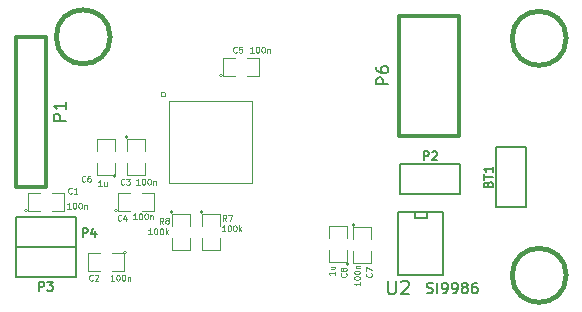
<source format=gto>
G04 (created by PCBNEW (2013-jul-07)-stable) date Ср. 13 мая 2015 13:25:06*
%MOIN*%
G04 Gerber Fmt 3.4, Leading zero omitted, Abs format*
%FSLAX34Y34*%
G01*
G70*
G90*
G04 APERTURE LIST*
%ADD10C,0.00590551*%
%ADD11C,0.0039*%
%ADD12C,0.012*%
%ADD13C,0.006*%
%ADD14C,0.015*%
%ADD15C,0.005*%
%ADD16C,0.0043*%
%ADD17C,0.008*%
%ADD18C,0.01*%
G04 APERTURE END LIST*
G54D10*
G54D11*
X48750Y-17850D02*
G75*
G03X48750Y-17850I-50J0D01*
G74*
G01*
X48700Y-18300D02*
X48700Y-17900D01*
X48700Y-17900D02*
X49300Y-17900D01*
X49300Y-17900D02*
X49300Y-18300D01*
X49300Y-18700D02*
X49300Y-19100D01*
X49300Y-19100D02*
X48700Y-19100D01*
X48700Y-19100D02*
X48700Y-18700D01*
X47750Y-17850D02*
G75*
G03X47750Y-17850I-50J0D01*
G74*
G01*
X47700Y-18300D02*
X47700Y-17900D01*
X47700Y-17900D02*
X48300Y-17900D01*
X48300Y-17900D02*
X48300Y-18300D01*
X48300Y-18700D02*
X48300Y-19100D01*
X48300Y-19100D02*
X47700Y-19100D01*
X47700Y-19100D02*
X47700Y-18700D01*
X45850Y-16650D02*
G75*
G03X45850Y-16650I-50J0D01*
G74*
G01*
X45800Y-16200D02*
X45800Y-16600D01*
X45800Y-16600D02*
X45200Y-16600D01*
X45200Y-16600D02*
X45200Y-16200D01*
X45200Y-15800D02*
X45200Y-15400D01*
X45200Y-15400D02*
X45800Y-15400D01*
X45800Y-15400D02*
X45800Y-15800D01*
X49400Y-13300D02*
G75*
G03X49400Y-13300I-50J0D01*
G74*
G01*
X49800Y-13300D02*
X49400Y-13300D01*
X49400Y-13300D02*
X49400Y-12700D01*
X49400Y-12700D02*
X49800Y-12700D01*
X50200Y-12700D02*
X50600Y-12700D01*
X50600Y-12700D02*
X50600Y-13300D01*
X50600Y-13300D02*
X50200Y-13300D01*
X45900Y-17800D02*
G75*
G03X45900Y-17800I-50J0D01*
G74*
G01*
X46300Y-17800D02*
X45900Y-17800D01*
X45900Y-17800D02*
X45900Y-17200D01*
X45900Y-17200D02*
X46300Y-17200D01*
X46700Y-17200D02*
X47100Y-17200D01*
X47100Y-17200D02*
X47100Y-17800D01*
X47100Y-17800D02*
X46700Y-17800D01*
X46250Y-15350D02*
G75*
G03X46250Y-15350I-50J0D01*
G74*
G01*
X46200Y-15800D02*
X46200Y-15400D01*
X46200Y-15400D02*
X46800Y-15400D01*
X46800Y-15400D02*
X46800Y-15800D01*
X46800Y-16200D02*
X46800Y-16600D01*
X46800Y-16600D02*
X46200Y-16600D01*
X46200Y-16600D02*
X46200Y-16200D01*
X42900Y-17800D02*
G75*
G03X42900Y-17800I-50J0D01*
G74*
G01*
X43300Y-17800D02*
X42900Y-17800D01*
X42900Y-17800D02*
X42900Y-17200D01*
X42900Y-17200D02*
X43300Y-17200D01*
X43700Y-17200D02*
X44100Y-17200D01*
X44100Y-17200D02*
X44100Y-17800D01*
X44100Y-17800D02*
X43700Y-17800D01*
X46200Y-19200D02*
G75*
G03X46200Y-19200I-50J0D01*
G74*
G01*
X45700Y-19200D02*
X46100Y-19200D01*
X46100Y-19200D02*
X46100Y-19800D01*
X46100Y-19800D02*
X45700Y-19800D01*
X45300Y-19800D02*
X44900Y-19800D01*
X44900Y-19800D02*
X44900Y-19200D01*
X44900Y-19200D02*
X45300Y-19200D01*
G54D12*
X43500Y-12000D02*
X42500Y-12000D01*
X42500Y-17000D02*
X43500Y-17000D01*
X43500Y-12000D02*
X43500Y-17000D01*
X42500Y-17000D02*
X42500Y-12000D01*
G54D13*
X42500Y-19000D02*
X42500Y-18000D01*
X42500Y-18000D02*
X44500Y-18000D01*
X44500Y-18000D02*
X44500Y-19000D01*
X44500Y-19000D02*
X42500Y-19000D01*
X42500Y-20000D02*
X42500Y-19000D01*
X42500Y-19000D02*
X44500Y-19000D01*
X44500Y-19000D02*
X44500Y-20000D01*
X44500Y-20000D02*
X42500Y-20000D01*
X59525Y-17680D02*
X58525Y-17680D01*
X58525Y-17680D02*
X58525Y-15680D01*
X58525Y-15680D02*
X59525Y-15680D01*
X59525Y-15680D02*
X59525Y-17680D01*
X55320Y-17245D02*
X55320Y-16245D01*
X55320Y-16245D02*
X57320Y-16245D01*
X57320Y-16245D02*
X57320Y-17245D01*
X57320Y-17245D02*
X55320Y-17245D01*
G54D11*
X47505Y-13926D02*
G75*
G03X47505Y-13926I-79J0D01*
G74*
G01*
X47623Y-14123D02*
X47623Y-16877D01*
X47623Y-16877D02*
X50377Y-16877D01*
X50377Y-16877D02*
X50377Y-14123D01*
X50377Y-14123D02*
X47623Y-14123D01*
G54D14*
X60850Y-12050D02*
G75*
G03X60850Y-12050I-900J0D01*
G74*
G01*
X60850Y-19950D02*
G75*
G03X60850Y-19950I-900J0D01*
G74*
G01*
X45650Y-12000D02*
G75*
G03X45650Y-12000I-900J0D01*
G74*
G01*
G54D15*
X55295Y-17835D02*
X55245Y-17835D01*
X55245Y-17835D02*
X55245Y-19935D01*
X56745Y-19935D02*
X56745Y-17835D01*
X56745Y-17835D02*
X55295Y-17835D01*
X56195Y-17835D02*
X56195Y-18035D01*
X56195Y-18035D02*
X55795Y-18035D01*
X55795Y-18035D02*
X55795Y-17835D01*
X56745Y-19935D02*
X55245Y-19935D01*
G54D11*
X53610Y-19565D02*
G75*
G03X53610Y-19565I-50J0D01*
G74*
G01*
X53560Y-19115D02*
X53560Y-19515D01*
X53560Y-19515D02*
X52960Y-19515D01*
X52960Y-19515D02*
X52960Y-19115D01*
X52960Y-18715D02*
X52960Y-18315D01*
X52960Y-18315D02*
X53560Y-18315D01*
X53560Y-18315D02*
X53560Y-18715D01*
X53800Y-18275D02*
G75*
G03X53800Y-18275I-50J0D01*
G74*
G01*
X53750Y-18725D02*
X53750Y-18325D01*
X53750Y-18325D02*
X54350Y-18325D01*
X54350Y-18325D02*
X54350Y-18725D01*
X54350Y-19125D02*
X54350Y-19525D01*
X54350Y-19525D02*
X53750Y-19525D01*
X53750Y-19525D02*
X53750Y-19125D01*
G54D12*
X55265Y-15290D02*
X55265Y-11290D01*
X55265Y-11290D02*
X57265Y-11290D01*
X57265Y-11290D02*
X57265Y-15290D01*
X57265Y-15290D02*
X55265Y-15290D01*
G54D16*
X49517Y-18129D02*
X49451Y-18035D01*
X49404Y-18129D02*
X49404Y-17932D01*
X49479Y-17932D01*
X49498Y-17942D01*
X49507Y-17951D01*
X49517Y-17970D01*
X49517Y-17998D01*
X49507Y-18017D01*
X49498Y-18026D01*
X49479Y-18035D01*
X49404Y-18035D01*
X49582Y-17932D02*
X49714Y-17932D01*
X49629Y-18129D01*
X49488Y-18479D02*
X49376Y-18479D01*
X49432Y-18479D02*
X49432Y-18282D01*
X49413Y-18310D01*
X49395Y-18329D01*
X49376Y-18339D01*
X49610Y-18282D02*
X49629Y-18282D01*
X49648Y-18292D01*
X49657Y-18301D01*
X49667Y-18320D01*
X49676Y-18357D01*
X49676Y-18404D01*
X49667Y-18442D01*
X49657Y-18460D01*
X49648Y-18470D01*
X49629Y-18479D01*
X49610Y-18479D01*
X49592Y-18470D01*
X49582Y-18460D01*
X49573Y-18442D01*
X49563Y-18404D01*
X49563Y-18357D01*
X49573Y-18320D01*
X49582Y-18301D01*
X49592Y-18292D01*
X49610Y-18282D01*
X49798Y-18282D02*
X49817Y-18282D01*
X49836Y-18292D01*
X49845Y-18301D01*
X49854Y-18320D01*
X49864Y-18357D01*
X49864Y-18404D01*
X49854Y-18442D01*
X49845Y-18460D01*
X49836Y-18470D01*
X49817Y-18479D01*
X49798Y-18479D01*
X49779Y-18470D01*
X49770Y-18460D01*
X49760Y-18442D01*
X49751Y-18404D01*
X49751Y-18357D01*
X49760Y-18320D01*
X49770Y-18301D01*
X49779Y-18292D01*
X49798Y-18282D01*
X49948Y-18479D02*
X49948Y-18282D01*
X49967Y-18404D02*
X50023Y-18479D01*
X50023Y-18348D02*
X49948Y-18423D01*
X47417Y-18229D02*
X47351Y-18135D01*
X47304Y-18229D02*
X47304Y-18032D01*
X47379Y-18032D01*
X47398Y-18042D01*
X47407Y-18051D01*
X47417Y-18070D01*
X47417Y-18098D01*
X47407Y-18117D01*
X47398Y-18126D01*
X47379Y-18135D01*
X47304Y-18135D01*
X47529Y-18117D02*
X47510Y-18107D01*
X47501Y-18098D01*
X47492Y-18079D01*
X47492Y-18070D01*
X47501Y-18051D01*
X47510Y-18042D01*
X47529Y-18032D01*
X47567Y-18032D01*
X47586Y-18042D01*
X47595Y-18051D01*
X47604Y-18070D01*
X47604Y-18079D01*
X47595Y-18098D01*
X47586Y-18107D01*
X47567Y-18117D01*
X47529Y-18117D01*
X47510Y-18126D01*
X47501Y-18135D01*
X47492Y-18154D01*
X47492Y-18192D01*
X47501Y-18210D01*
X47510Y-18220D01*
X47529Y-18229D01*
X47567Y-18229D01*
X47586Y-18220D01*
X47595Y-18210D01*
X47604Y-18192D01*
X47604Y-18154D01*
X47595Y-18135D01*
X47586Y-18126D01*
X47567Y-18117D01*
X47038Y-18579D02*
X46926Y-18579D01*
X46982Y-18579D02*
X46982Y-18382D01*
X46963Y-18410D01*
X46945Y-18429D01*
X46926Y-18439D01*
X47160Y-18382D02*
X47179Y-18382D01*
X47198Y-18392D01*
X47207Y-18401D01*
X47217Y-18420D01*
X47226Y-18457D01*
X47226Y-18504D01*
X47217Y-18542D01*
X47207Y-18560D01*
X47198Y-18570D01*
X47179Y-18579D01*
X47160Y-18579D01*
X47142Y-18570D01*
X47132Y-18560D01*
X47123Y-18542D01*
X47113Y-18504D01*
X47113Y-18457D01*
X47123Y-18420D01*
X47132Y-18401D01*
X47142Y-18392D01*
X47160Y-18382D01*
X47348Y-18382D02*
X47367Y-18382D01*
X47386Y-18392D01*
X47395Y-18401D01*
X47404Y-18420D01*
X47414Y-18457D01*
X47414Y-18504D01*
X47404Y-18542D01*
X47395Y-18560D01*
X47386Y-18570D01*
X47367Y-18579D01*
X47348Y-18579D01*
X47329Y-18570D01*
X47320Y-18560D01*
X47310Y-18542D01*
X47301Y-18504D01*
X47301Y-18457D01*
X47310Y-18420D01*
X47320Y-18401D01*
X47329Y-18392D01*
X47348Y-18382D01*
X47498Y-18579D02*
X47498Y-18382D01*
X47517Y-18504D02*
X47573Y-18579D01*
X47573Y-18448D02*
X47498Y-18523D01*
X44817Y-16810D02*
X44807Y-16820D01*
X44779Y-16829D01*
X44760Y-16829D01*
X44732Y-16820D01*
X44713Y-16801D01*
X44704Y-16782D01*
X44695Y-16745D01*
X44695Y-16717D01*
X44704Y-16679D01*
X44713Y-16660D01*
X44732Y-16642D01*
X44760Y-16632D01*
X44779Y-16632D01*
X44807Y-16642D01*
X44817Y-16651D01*
X44986Y-16632D02*
X44948Y-16632D01*
X44929Y-16642D01*
X44920Y-16651D01*
X44901Y-16679D01*
X44892Y-16717D01*
X44892Y-16792D01*
X44901Y-16810D01*
X44910Y-16820D01*
X44929Y-16829D01*
X44967Y-16829D01*
X44986Y-16820D01*
X44995Y-16810D01*
X45004Y-16792D01*
X45004Y-16745D01*
X44995Y-16726D01*
X44986Y-16717D01*
X44967Y-16707D01*
X44929Y-16707D01*
X44910Y-16717D01*
X44901Y-16726D01*
X44892Y-16745D01*
X45367Y-16979D02*
X45254Y-16979D01*
X45310Y-16979D02*
X45310Y-16782D01*
X45292Y-16810D01*
X45273Y-16829D01*
X45254Y-16839D01*
X45536Y-16848D02*
X45536Y-16979D01*
X45451Y-16848D02*
X45451Y-16951D01*
X45460Y-16970D01*
X45479Y-16979D01*
X45507Y-16979D01*
X45526Y-16970D01*
X45536Y-16960D01*
X49867Y-12510D02*
X49857Y-12520D01*
X49829Y-12529D01*
X49810Y-12529D01*
X49782Y-12520D01*
X49763Y-12501D01*
X49754Y-12482D01*
X49745Y-12445D01*
X49745Y-12417D01*
X49754Y-12379D01*
X49763Y-12360D01*
X49782Y-12342D01*
X49810Y-12332D01*
X49829Y-12332D01*
X49857Y-12342D01*
X49867Y-12351D01*
X50045Y-12332D02*
X49951Y-12332D01*
X49942Y-12426D01*
X49951Y-12417D01*
X49970Y-12407D01*
X50017Y-12407D01*
X50036Y-12417D01*
X50045Y-12426D01*
X50054Y-12445D01*
X50054Y-12492D01*
X50045Y-12510D01*
X50036Y-12520D01*
X50017Y-12529D01*
X49970Y-12529D01*
X49951Y-12520D01*
X49942Y-12510D01*
X50429Y-12529D02*
X50316Y-12529D01*
X50373Y-12529D02*
X50373Y-12332D01*
X50354Y-12360D01*
X50335Y-12379D01*
X50316Y-12389D01*
X50551Y-12332D02*
X50570Y-12332D01*
X50589Y-12342D01*
X50598Y-12351D01*
X50607Y-12370D01*
X50617Y-12407D01*
X50617Y-12454D01*
X50607Y-12492D01*
X50598Y-12510D01*
X50589Y-12520D01*
X50570Y-12529D01*
X50551Y-12529D01*
X50532Y-12520D01*
X50523Y-12510D01*
X50513Y-12492D01*
X50504Y-12454D01*
X50504Y-12407D01*
X50513Y-12370D01*
X50523Y-12351D01*
X50532Y-12342D01*
X50551Y-12332D01*
X50739Y-12332D02*
X50757Y-12332D01*
X50776Y-12342D01*
X50786Y-12351D01*
X50795Y-12370D01*
X50804Y-12407D01*
X50804Y-12454D01*
X50795Y-12492D01*
X50786Y-12510D01*
X50776Y-12520D01*
X50757Y-12529D01*
X50739Y-12529D01*
X50720Y-12520D01*
X50710Y-12510D01*
X50701Y-12492D01*
X50692Y-12454D01*
X50692Y-12407D01*
X50701Y-12370D01*
X50710Y-12351D01*
X50720Y-12342D01*
X50739Y-12332D01*
X50889Y-12398D02*
X50889Y-12529D01*
X50889Y-12417D02*
X50898Y-12407D01*
X50917Y-12398D01*
X50945Y-12398D01*
X50964Y-12407D01*
X50973Y-12426D01*
X50973Y-12529D01*
X46017Y-18110D02*
X46007Y-18120D01*
X45979Y-18129D01*
X45960Y-18129D01*
X45932Y-18120D01*
X45913Y-18101D01*
X45904Y-18082D01*
X45895Y-18045D01*
X45895Y-18017D01*
X45904Y-17979D01*
X45913Y-17960D01*
X45932Y-17942D01*
X45960Y-17932D01*
X45979Y-17932D01*
X46007Y-17942D01*
X46017Y-17951D01*
X46186Y-17998D02*
X46186Y-18129D01*
X46139Y-17923D02*
X46092Y-18064D01*
X46214Y-18064D01*
X46529Y-18079D02*
X46416Y-18079D01*
X46473Y-18079D02*
X46473Y-17882D01*
X46454Y-17910D01*
X46435Y-17929D01*
X46416Y-17939D01*
X46651Y-17882D02*
X46670Y-17882D01*
X46689Y-17892D01*
X46698Y-17901D01*
X46707Y-17920D01*
X46717Y-17957D01*
X46717Y-18004D01*
X46707Y-18042D01*
X46698Y-18060D01*
X46689Y-18070D01*
X46670Y-18079D01*
X46651Y-18079D01*
X46632Y-18070D01*
X46623Y-18060D01*
X46613Y-18042D01*
X46604Y-18004D01*
X46604Y-17957D01*
X46613Y-17920D01*
X46623Y-17901D01*
X46632Y-17892D01*
X46651Y-17882D01*
X46839Y-17882D02*
X46857Y-17882D01*
X46876Y-17892D01*
X46886Y-17901D01*
X46895Y-17920D01*
X46904Y-17957D01*
X46904Y-18004D01*
X46895Y-18042D01*
X46886Y-18060D01*
X46876Y-18070D01*
X46857Y-18079D01*
X46839Y-18079D01*
X46820Y-18070D01*
X46810Y-18060D01*
X46801Y-18042D01*
X46792Y-18004D01*
X46792Y-17957D01*
X46801Y-17920D01*
X46810Y-17901D01*
X46820Y-17892D01*
X46839Y-17882D01*
X46989Y-17948D02*
X46989Y-18079D01*
X46989Y-17967D02*
X46998Y-17957D01*
X47017Y-17948D01*
X47045Y-17948D01*
X47064Y-17957D01*
X47073Y-17976D01*
X47073Y-18079D01*
X46117Y-16910D02*
X46107Y-16920D01*
X46079Y-16929D01*
X46060Y-16929D01*
X46032Y-16920D01*
X46013Y-16901D01*
X46004Y-16882D01*
X45995Y-16845D01*
X45995Y-16817D01*
X46004Y-16779D01*
X46013Y-16760D01*
X46032Y-16742D01*
X46060Y-16732D01*
X46079Y-16732D01*
X46107Y-16742D01*
X46117Y-16751D01*
X46182Y-16732D02*
X46304Y-16732D01*
X46239Y-16807D01*
X46267Y-16807D01*
X46286Y-16817D01*
X46295Y-16826D01*
X46304Y-16845D01*
X46304Y-16892D01*
X46295Y-16910D01*
X46286Y-16920D01*
X46267Y-16929D01*
X46210Y-16929D01*
X46192Y-16920D01*
X46182Y-16910D01*
X46629Y-16929D02*
X46516Y-16929D01*
X46573Y-16929D02*
X46573Y-16732D01*
X46554Y-16760D01*
X46535Y-16779D01*
X46516Y-16789D01*
X46751Y-16732D02*
X46770Y-16732D01*
X46789Y-16742D01*
X46798Y-16751D01*
X46807Y-16770D01*
X46817Y-16807D01*
X46817Y-16854D01*
X46807Y-16892D01*
X46798Y-16910D01*
X46789Y-16920D01*
X46770Y-16929D01*
X46751Y-16929D01*
X46732Y-16920D01*
X46723Y-16910D01*
X46713Y-16892D01*
X46704Y-16854D01*
X46704Y-16807D01*
X46713Y-16770D01*
X46723Y-16751D01*
X46732Y-16742D01*
X46751Y-16732D01*
X46939Y-16732D02*
X46957Y-16732D01*
X46976Y-16742D01*
X46986Y-16751D01*
X46995Y-16770D01*
X47004Y-16807D01*
X47004Y-16854D01*
X46995Y-16892D01*
X46986Y-16910D01*
X46976Y-16920D01*
X46957Y-16929D01*
X46939Y-16929D01*
X46920Y-16920D01*
X46910Y-16910D01*
X46901Y-16892D01*
X46892Y-16854D01*
X46892Y-16807D01*
X46901Y-16770D01*
X46910Y-16751D01*
X46920Y-16742D01*
X46939Y-16732D01*
X47089Y-16798D02*
X47089Y-16929D01*
X47089Y-16817D02*
X47098Y-16807D01*
X47117Y-16798D01*
X47145Y-16798D01*
X47164Y-16807D01*
X47173Y-16826D01*
X47173Y-16929D01*
X44367Y-17210D02*
X44357Y-17220D01*
X44329Y-17229D01*
X44310Y-17229D01*
X44282Y-17220D01*
X44263Y-17201D01*
X44254Y-17182D01*
X44245Y-17145D01*
X44245Y-17117D01*
X44254Y-17079D01*
X44263Y-17060D01*
X44282Y-17042D01*
X44310Y-17032D01*
X44329Y-17032D01*
X44357Y-17042D01*
X44367Y-17051D01*
X44554Y-17229D02*
X44442Y-17229D01*
X44498Y-17229D02*
X44498Y-17032D01*
X44479Y-17060D01*
X44460Y-17079D01*
X44442Y-17089D01*
X44329Y-17729D02*
X44216Y-17729D01*
X44273Y-17729D02*
X44273Y-17532D01*
X44254Y-17560D01*
X44235Y-17579D01*
X44216Y-17589D01*
X44451Y-17532D02*
X44470Y-17532D01*
X44489Y-17542D01*
X44498Y-17551D01*
X44507Y-17570D01*
X44517Y-17607D01*
X44517Y-17654D01*
X44507Y-17692D01*
X44498Y-17710D01*
X44489Y-17720D01*
X44470Y-17729D01*
X44451Y-17729D01*
X44432Y-17720D01*
X44423Y-17710D01*
X44413Y-17692D01*
X44404Y-17654D01*
X44404Y-17607D01*
X44413Y-17570D01*
X44423Y-17551D01*
X44432Y-17542D01*
X44451Y-17532D01*
X44639Y-17532D02*
X44657Y-17532D01*
X44676Y-17542D01*
X44686Y-17551D01*
X44695Y-17570D01*
X44704Y-17607D01*
X44704Y-17654D01*
X44695Y-17692D01*
X44686Y-17710D01*
X44676Y-17720D01*
X44657Y-17729D01*
X44639Y-17729D01*
X44620Y-17720D01*
X44610Y-17710D01*
X44601Y-17692D01*
X44592Y-17654D01*
X44592Y-17607D01*
X44601Y-17570D01*
X44610Y-17551D01*
X44620Y-17542D01*
X44639Y-17532D01*
X44789Y-17598D02*
X44789Y-17729D01*
X44789Y-17617D02*
X44798Y-17607D01*
X44817Y-17598D01*
X44845Y-17598D01*
X44864Y-17607D01*
X44873Y-17626D01*
X44873Y-17729D01*
X45067Y-20110D02*
X45057Y-20120D01*
X45029Y-20129D01*
X45010Y-20129D01*
X44982Y-20120D01*
X44963Y-20101D01*
X44954Y-20082D01*
X44945Y-20045D01*
X44945Y-20017D01*
X44954Y-19979D01*
X44963Y-19960D01*
X44982Y-19942D01*
X45010Y-19932D01*
X45029Y-19932D01*
X45057Y-19942D01*
X45067Y-19951D01*
X45142Y-19951D02*
X45151Y-19942D01*
X45170Y-19932D01*
X45217Y-19932D01*
X45236Y-19942D01*
X45245Y-19951D01*
X45254Y-19970D01*
X45254Y-19989D01*
X45245Y-20017D01*
X45132Y-20129D01*
X45254Y-20129D01*
X45779Y-20129D02*
X45666Y-20129D01*
X45723Y-20129D02*
X45723Y-19932D01*
X45704Y-19960D01*
X45685Y-19979D01*
X45666Y-19989D01*
X45901Y-19932D02*
X45920Y-19932D01*
X45939Y-19942D01*
X45948Y-19951D01*
X45957Y-19970D01*
X45967Y-20007D01*
X45967Y-20054D01*
X45957Y-20092D01*
X45948Y-20110D01*
X45939Y-20120D01*
X45920Y-20129D01*
X45901Y-20129D01*
X45882Y-20120D01*
X45873Y-20110D01*
X45863Y-20092D01*
X45854Y-20054D01*
X45854Y-20007D01*
X45863Y-19970D01*
X45873Y-19951D01*
X45882Y-19942D01*
X45901Y-19932D01*
X46089Y-19932D02*
X46107Y-19932D01*
X46126Y-19942D01*
X46136Y-19951D01*
X46145Y-19970D01*
X46154Y-20007D01*
X46154Y-20054D01*
X46145Y-20092D01*
X46136Y-20110D01*
X46126Y-20120D01*
X46107Y-20129D01*
X46089Y-20129D01*
X46070Y-20120D01*
X46060Y-20110D01*
X46051Y-20092D01*
X46042Y-20054D01*
X46042Y-20007D01*
X46051Y-19970D01*
X46060Y-19951D01*
X46070Y-19942D01*
X46089Y-19932D01*
X46239Y-19998D02*
X46239Y-20129D01*
X46239Y-20017D02*
X46248Y-20007D01*
X46267Y-19998D01*
X46295Y-19998D01*
X46314Y-20007D01*
X46323Y-20026D01*
X46323Y-20129D01*
G54D17*
X44161Y-14795D02*
X43761Y-14795D01*
X43761Y-14642D01*
X43780Y-14604D01*
X43800Y-14585D01*
X43838Y-14566D01*
X43895Y-14566D01*
X43933Y-14585D01*
X43952Y-14604D01*
X43971Y-14642D01*
X43971Y-14795D01*
X44161Y-14185D02*
X44161Y-14414D01*
X44161Y-14299D02*
X43761Y-14299D01*
X43819Y-14338D01*
X43857Y-14376D01*
X43876Y-14414D01*
G54D13*
X44728Y-18671D02*
X44728Y-18371D01*
X44842Y-18371D01*
X44871Y-18385D01*
X44885Y-18400D01*
X44900Y-18428D01*
X44900Y-18471D01*
X44885Y-18500D01*
X44871Y-18514D01*
X44842Y-18528D01*
X44728Y-18528D01*
X45157Y-18471D02*
X45157Y-18671D01*
X45085Y-18357D02*
X45014Y-18571D01*
X45200Y-18571D01*
X43278Y-20471D02*
X43278Y-20171D01*
X43392Y-20171D01*
X43421Y-20185D01*
X43435Y-20200D01*
X43450Y-20228D01*
X43450Y-20271D01*
X43435Y-20300D01*
X43421Y-20314D01*
X43392Y-20328D01*
X43278Y-20328D01*
X43550Y-20171D02*
X43735Y-20171D01*
X43635Y-20285D01*
X43678Y-20285D01*
X43707Y-20300D01*
X43721Y-20314D01*
X43735Y-20342D01*
X43735Y-20414D01*
X43721Y-20442D01*
X43707Y-20457D01*
X43678Y-20471D01*
X43592Y-20471D01*
X43564Y-20457D01*
X43550Y-20442D01*
X58239Y-16915D02*
X58253Y-16872D01*
X58267Y-16858D01*
X58296Y-16844D01*
X58339Y-16844D01*
X58367Y-16858D01*
X58382Y-16872D01*
X58396Y-16901D01*
X58396Y-17015D01*
X58096Y-17015D01*
X58096Y-16915D01*
X58110Y-16887D01*
X58125Y-16872D01*
X58153Y-16858D01*
X58182Y-16858D01*
X58210Y-16872D01*
X58225Y-16887D01*
X58239Y-16915D01*
X58239Y-17015D01*
X58096Y-16758D02*
X58096Y-16587D01*
X58396Y-16672D02*
X58096Y-16672D01*
X58396Y-16330D02*
X58396Y-16501D01*
X58396Y-16415D02*
X58096Y-16415D01*
X58139Y-16444D01*
X58167Y-16472D01*
X58182Y-16501D01*
X56098Y-16116D02*
X56098Y-15816D01*
X56212Y-15816D01*
X56241Y-15830D01*
X56255Y-15845D01*
X56270Y-15873D01*
X56270Y-15916D01*
X56255Y-15945D01*
X56241Y-15959D01*
X56212Y-15973D01*
X56098Y-15973D01*
X56384Y-15845D02*
X56398Y-15830D01*
X56427Y-15816D01*
X56498Y-15816D01*
X56527Y-15830D01*
X56541Y-15845D01*
X56555Y-15873D01*
X56555Y-15902D01*
X56541Y-15945D01*
X56370Y-16116D01*
X56555Y-16116D01*
G54D18*
G54D13*
X54907Y-20132D02*
X54907Y-20496D01*
X54928Y-20539D01*
X54950Y-20560D01*
X54992Y-20582D01*
X55078Y-20582D01*
X55121Y-20560D01*
X55142Y-20539D01*
X55164Y-20496D01*
X55164Y-20132D01*
X55357Y-20175D02*
X55378Y-20153D01*
X55421Y-20132D01*
X55528Y-20132D01*
X55571Y-20153D01*
X55592Y-20175D01*
X55614Y-20217D01*
X55614Y-20260D01*
X55592Y-20325D01*
X55335Y-20582D01*
X55614Y-20582D01*
X56199Y-20525D02*
X56249Y-20541D01*
X56333Y-20541D01*
X56366Y-20525D01*
X56383Y-20508D01*
X56399Y-20475D01*
X56399Y-20441D01*
X56383Y-20408D01*
X56366Y-20391D01*
X56333Y-20375D01*
X56266Y-20358D01*
X56233Y-20341D01*
X56216Y-20325D01*
X56199Y-20291D01*
X56199Y-20258D01*
X56216Y-20225D01*
X56233Y-20208D01*
X56266Y-20191D01*
X56349Y-20191D01*
X56399Y-20208D01*
X56550Y-20541D02*
X56550Y-20191D01*
X56733Y-20541D02*
X56799Y-20541D01*
X56833Y-20525D01*
X56849Y-20508D01*
X56883Y-20458D01*
X56899Y-20391D01*
X56899Y-20258D01*
X56883Y-20225D01*
X56866Y-20208D01*
X56833Y-20191D01*
X56766Y-20191D01*
X56733Y-20208D01*
X56716Y-20225D01*
X56699Y-20258D01*
X56699Y-20341D01*
X56716Y-20375D01*
X56733Y-20391D01*
X56766Y-20408D01*
X56833Y-20408D01*
X56866Y-20391D01*
X56883Y-20375D01*
X56899Y-20341D01*
X57066Y-20541D02*
X57133Y-20541D01*
X57166Y-20525D01*
X57183Y-20508D01*
X57216Y-20458D01*
X57233Y-20391D01*
X57233Y-20258D01*
X57216Y-20225D01*
X57200Y-20208D01*
X57166Y-20191D01*
X57100Y-20191D01*
X57066Y-20208D01*
X57050Y-20225D01*
X57033Y-20258D01*
X57033Y-20341D01*
X57050Y-20375D01*
X57066Y-20391D01*
X57100Y-20408D01*
X57166Y-20408D01*
X57200Y-20391D01*
X57216Y-20375D01*
X57233Y-20341D01*
X57433Y-20341D02*
X57400Y-20325D01*
X57383Y-20308D01*
X57366Y-20275D01*
X57366Y-20258D01*
X57383Y-20225D01*
X57400Y-20208D01*
X57433Y-20191D01*
X57500Y-20191D01*
X57533Y-20208D01*
X57550Y-20225D01*
X57566Y-20258D01*
X57566Y-20275D01*
X57550Y-20308D01*
X57533Y-20325D01*
X57500Y-20341D01*
X57433Y-20341D01*
X57400Y-20358D01*
X57383Y-20375D01*
X57366Y-20408D01*
X57366Y-20475D01*
X57383Y-20508D01*
X57400Y-20525D01*
X57433Y-20541D01*
X57500Y-20541D01*
X57533Y-20525D01*
X57550Y-20508D01*
X57566Y-20475D01*
X57566Y-20408D01*
X57550Y-20375D01*
X57533Y-20358D01*
X57500Y-20341D01*
X57866Y-20191D02*
X57800Y-20191D01*
X57766Y-20208D01*
X57750Y-20225D01*
X57716Y-20275D01*
X57700Y-20341D01*
X57700Y-20475D01*
X57716Y-20508D01*
X57733Y-20525D01*
X57766Y-20541D01*
X57833Y-20541D01*
X57866Y-20525D01*
X57883Y-20508D01*
X57900Y-20475D01*
X57900Y-20391D01*
X57883Y-20358D01*
X57866Y-20341D01*
X57833Y-20325D01*
X57766Y-20325D01*
X57733Y-20341D01*
X57716Y-20358D01*
X57700Y-20391D01*
G54D16*
X53510Y-19882D02*
X53520Y-19892D01*
X53529Y-19920D01*
X53529Y-19939D01*
X53520Y-19967D01*
X53501Y-19986D01*
X53482Y-19995D01*
X53445Y-20004D01*
X53417Y-20004D01*
X53379Y-19995D01*
X53360Y-19986D01*
X53342Y-19967D01*
X53332Y-19939D01*
X53332Y-19920D01*
X53342Y-19892D01*
X53351Y-19882D01*
X53417Y-19770D02*
X53407Y-19789D01*
X53398Y-19798D01*
X53379Y-19807D01*
X53370Y-19807D01*
X53351Y-19798D01*
X53342Y-19789D01*
X53332Y-19770D01*
X53332Y-19732D01*
X53342Y-19713D01*
X53351Y-19704D01*
X53370Y-19695D01*
X53379Y-19695D01*
X53398Y-19704D01*
X53407Y-19713D01*
X53417Y-19732D01*
X53417Y-19770D01*
X53426Y-19789D01*
X53435Y-19798D01*
X53454Y-19807D01*
X53492Y-19807D01*
X53510Y-19798D01*
X53520Y-19789D01*
X53529Y-19770D01*
X53529Y-19732D01*
X53520Y-19713D01*
X53510Y-19704D01*
X53492Y-19695D01*
X53454Y-19695D01*
X53435Y-19704D01*
X53426Y-19713D01*
X53417Y-19732D01*
X53129Y-19832D02*
X53129Y-19945D01*
X53129Y-19889D02*
X52932Y-19889D01*
X52960Y-19907D01*
X52979Y-19926D01*
X52989Y-19945D01*
X52998Y-19663D02*
X53129Y-19663D01*
X52998Y-19748D02*
X53101Y-19748D01*
X53120Y-19739D01*
X53129Y-19720D01*
X53129Y-19692D01*
X53120Y-19673D01*
X53110Y-19663D01*
X54360Y-19882D02*
X54370Y-19892D01*
X54379Y-19920D01*
X54379Y-19939D01*
X54370Y-19967D01*
X54351Y-19986D01*
X54332Y-19995D01*
X54295Y-20004D01*
X54267Y-20004D01*
X54229Y-19995D01*
X54210Y-19986D01*
X54192Y-19967D01*
X54182Y-19939D01*
X54182Y-19920D01*
X54192Y-19892D01*
X54201Y-19882D01*
X54182Y-19817D02*
X54182Y-19685D01*
X54379Y-19770D01*
X53979Y-20170D02*
X53979Y-20283D01*
X53979Y-20226D02*
X53782Y-20226D01*
X53810Y-20245D01*
X53829Y-20264D01*
X53839Y-20283D01*
X53782Y-20048D02*
X53782Y-20029D01*
X53792Y-20010D01*
X53801Y-20001D01*
X53820Y-19992D01*
X53857Y-19982D01*
X53904Y-19982D01*
X53942Y-19992D01*
X53960Y-20001D01*
X53970Y-20010D01*
X53979Y-20029D01*
X53979Y-20048D01*
X53970Y-20067D01*
X53960Y-20076D01*
X53942Y-20086D01*
X53904Y-20095D01*
X53857Y-20095D01*
X53820Y-20086D01*
X53801Y-20076D01*
X53792Y-20067D01*
X53782Y-20048D01*
X53782Y-19860D02*
X53782Y-19842D01*
X53792Y-19823D01*
X53801Y-19813D01*
X53820Y-19804D01*
X53857Y-19795D01*
X53904Y-19795D01*
X53942Y-19804D01*
X53960Y-19813D01*
X53970Y-19823D01*
X53979Y-19842D01*
X53979Y-19860D01*
X53970Y-19879D01*
X53960Y-19889D01*
X53942Y-19898D01*
X53904Y-19907D01*
X53857Y-19907D01*
X53820Y-19898D01*
X53801Y-19889D01*
X53792Y-19879D01*
X53782Y-19860D01*
X53848Y-19710D02*
X53979Y-19710D01*
X53867Y-19710D02*
X53857Y-19701D01*
X53848Y-19682D01*
X53848Y-19654D01*
X53857Y-19635D01*
X53876Y-19626D01*
X53979Y-19626D01*
G54D17*
X54926Y-13585D02*
X54526Y-13585D01*
X54526Y-13432D01*
X54545Y-13394D01*
X54565Y-13375D01*
X54603Y-13356D01*
X54660Y-13356D01*
X54698Y-13375D01*
X54717Y-13394D01*
X54736Y-13432D01*
X54736Y-13585D01*
X54526Y-13013D02*
X54526Y-13089D01*
X54545Y-13128D01*
X54565Y-13147D01*
X54622Y-13185D01*
X54698Y-13204D01*
X54850Y-13204D01*
X54888Y-13185D01*
X54907Y-13166D01*
X54926Y-13128D01*
X54926Y-13051D01*
X54907Y-13013D01*
X54888Y-12994D01*
X54850Y-12975D01*
X54755Y-12975D01*
X54717Y-12994D01*
X54698Y-13013D01*
X54679Y-13051D01*
X54679Y-13128D01*
X54698Y-13166D01*
X54717Y-13185D01*
X54755Y-13204D01*
M02*

</source>
